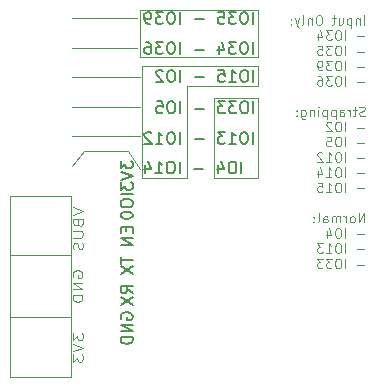
<source format=gbr>
%TF.GenerationSoftware,KiCad,Pcbnew,8.0.3*%
%TF.CreationDate,2024-11-02T12:13:14+01:00*%
%TF.ProjectId,ESP-Now-Gateway,4553502d-4e6f-4772-9d47-617465776179,rev?*%
%TF.SameCoordinates,Original*%
%TF.FileFunction,Legend,Bot*%
%TF.FilePolarity,Positive*%
%FSLAX46Y46*%
G04 Gerber Fmt 4.6, Leading zero omitted, Abs format (unit mm)*
G04 Created by KiCad (PCBNEW 8.0.3) date 2024-11-02 12:13:14*
%MOMM*%
%LPD*%
G01*
G04 APERTURE LIST*
%ADD10C,0.100000*%
%ADD11C,0.150000*%
%ADD12R,1.700000X1.700000*%
%ADD13O,1.700000X1.700000*%
%ADD14C,3.250000*%
%ADD15R,1.398000X1.398000*%
%ADD16C,1.398000*%
%ADD17C,1.530000*%
%ADD18C,2.445000*%
%ADD19C,0.650000*%
%ADD20O,1.000000X2.100000*%
%ADD21O,1.000000X1.800000*%
G04 APERTURE END LIST*
D10*
X114000000Y-64500000D02*
X124000000Y-64500000D01*
X124000000Y-68500000D01*
X114000000Y-68500000D01*
X114000000Y-64500000D01*
X114150000Y-69250000D02*
X124000000Y-69250000D01*
X114150000Y-78750000D02*
X114150000Y-69250000D01*
X118000000Y-78750000D02*
X114150000Y-78750000D01*
X118000000Y-71000000D02*
X118000000Y-78750000D01*
X124000000Y-71000000D02*
X118000000Y-71000000D01*
X124000000Y-69250000D02*
X124000000Y-71000000D01*
X120250000Y-72000000D02*
X124000000Y-72000000D01*
X124000000Y-78750000D01*
X120250000Y-78750000D01*
X120250000Y-72000000D01*
X109250000Y-76500000D02*
X108250000Y-77750000D01*
X113000000Y-76500000D02*
X109250000Y-76500000D01*
X114000000Y-78000000D02*
X113000000Y-76500000D01*
X114000000Y-75250000D02*
X108250000Y-75250000D01*
X114000000Y-72750000D02*
X108250000Y-72750000D01*
X114000000Y-70250000D02*
X108250000Y-70250000D01*
X113750000Y-67750000D02*
X108250000Y-67750000D01*
X113750000Y-65250000D02*
X108250000Y-65250000D01*
X132993734Y-65789615D02*
X132993734Y-64989615D01*
X132612782Y-65256281D02*
X132612782Y-65789615D01*
X132612782Y-65332472D02*
X132574687Y-65294377D01*
X132574687Y-65294377D02*
X132498497Y-65256281D01*
X132498497Y-65256281D02*
X132384211Y-65256281D01*
X132384211Y-65256281D02*
X132308020Y-65294377D01*
X132308020Y-65294377D02*
X132269925Y-65370567D01*
X132269925Y-65370567D02*
X132269925Y-65789615D01*
X131888972Y-65256281D02*
X131888972Y-66056281D01*
X131888972Y-65294377D02*
X131812782Y-65256281D01*
X131812782Y-65256281D02*
X131660401Y-65256281D01*
X131660401Y-65256281D02*
X131584210Y-65294377D01*
X131584210Y-65294377D02*
X131546115Y-65332472D01*
X131546115Y-65332472D02*
X131508020Y-65408662D01*
X131508020Y-65408662D02*
X131508020Y-65637234D01*
X131508020Y-65637234D02*
X131546115Y-65713424D01*
X131546115Y-65713424D02*
X131584210Y-65751520D01*
X131584210Y-65751520D02*
X131660401Y-65789615D01*
X131660401Y-65789615D02*
X131812782Y-65789615D01*
X131812782Y-65789615D02*
X131888972Y-65751520D01*
X130822305Y-65256281D02*
X130822305Y-65789615D01*
X131165162Y-65256281D02*
X131165162Y-65675329D01*
X131165162Y-65675329D02*
X131127067Y-65751520D01*
X131127067Y-65751520D02*
X131050877Y-65789615D01*
X131050877Y-65789615D02*
X130936591Y-65789615D01*
X130936591Y-65789615D02*
X130860400Y-65751520D01*
X130860400Y-65751520D02*
X130822305Y-65713424D01*
X130555638Y-65256281D02*
X130250876Y-65256281D01*
X130441352Y-64989615D02*
X130441352Y-65675329D01*
X130441352Y-65675329D02*
X130403257Y-65751520D01*
X130403257Y-65751520D02*
X130327067Y-65789615D01*
X130327067Y-65789615D02*
X130250876Y-65789615D01*
X129222304Y-64989615D02*
X129069923Y-64989615D01*
X129069923Y-64989615D02*
X128993733Y-65027710D01*
X128993733Y-65027710D02*
X128917542Y-65103900D01*
X128917542Y-65103900D02*
X128879447Y-65256281D01*
X128879447Y-65256281D02*
X128879447Y-65522948D01*
X128879447Y-65522948D02*
X128917542Y-65675329D01*
X128917542Y-65675329D02*
X128993733Y-65751520D01*
X128993733Y-65751520D02*
X129069923Y-65789615D01*
X129069923Y-65789615D02*
X129222304Y-65789615D01*
X129222304Y-65789615D02*
X129298495Y-65751520D01*
X129298495Y-65751520D02*
X129374685Y-65675329D01*
X129374685Y-65675329D02*
X129412781Y-65522948D01*
X129412781Y-65522948D02*
X129412781Y-65256281D01*
X129412781Y-65256281D02*
X129374685Y-65103900D01*
X129374685Y-65103900D02*
X129298495Y-65027710D01*
X129298495Y-65027710D02*
X129222304Y-64989615D01*
X128536590Y-65256281D02*
X128536590Y-65789615D01*
X128536590Y-65332472D02*
X128498495Y-65294377D01*
X128498495Y-65294377D02*
X128422305Y-65256281D01*
X128422305Y-65256281D02*
X128308019Y-65256281D01*
X128308019Y-65256281D02*
X128231828Y-65294377D01*
X128231828Y-65294377D02*
X128193733Y-65370567D01*
X128193733Y-65370567D02*
X128193733Y-65789615D01*
X127698495Y-65789615D02*
X127774685Y-65751520D01*
X127774685Y-65751520D02*
X127812780Y-65675329D01*
X127812780Y-65675329D02*
X127812780Y-64989615D01*
X127469923Y-65256281D02*
X127279447Y-65789615D01*
X127088970Y-65256281D02*
X127279447Y-65789615D01*
X127279447Y-65789615D02*
X127355637Y-65980091D01*
X127355637Y-65980091D02*
X127393732Y-66018186D01*
X127393732Y-66018186D02*
X127469923Y-66056281D01*
X126784208Y-65713424D02*
X126746113Y-65751520D01*
X126746113Y-65751520D02*
X126784208Y-65789615D01*
X126784208Y-65789615D02*
X126822304Y-65751520D01*
X126822304Y-65751520D02*
X126784208Y-65713424D01*
X126784208Y-65713424D02*
X126784208Y-65789615D01*
X126784208Y-65294377D02*
X126746113Y-65332472D01*
X126746113Y-65332472D02*
X126784208Y-65370567D01*
X126784208Y-65370567D02*
X126822304Y-65332472D01*
X126822304Y-65332472D02*
X126784208Y-65294377D01*
X126784208Y-65294377D02*
X126784208Y-65370567D01*
X132993734Y-66772808D02*
X132384211Y-66772808D01*
X131393734Y-67077570D02*
X131393734Y-66277570D01*
X130860401Y-66277570D02*
X130708020Y-66277570D01*
X130708020Y-66277570D02*
X130631830Y-66315665D01*
X130631830Y-66315665D02*
X130555639Y-66391855D01*
X130555639Y-66391855D02*
X130517544Y-66544236D01*
X130517544Y-66544236D02*
X130517544Y-66810903D01*
X130517544Y-66810903D02*
X130555639Y-66963284D01*
X130555639Y-66963284D02*
X130631830Y-67039475D01*
X130631830Y-67039475D02*
X130708020Y-67077570D01*
X130708020Y-67077570D02*
X130860401Y-67077570D01*
X130860401Y-67077570D02*
X130936592Y-67039475D01*
X130936592Y-67039475D02*
X131012782Y-66963284D01*
X131012782Y-66963284D02*
X131050878Y-66810903D01*
X131050878Y-66810903D02*
X131050878Y-66544236D01*
X131050878Y-66544236D02*
X131012782Y-66391855D01*
X131012782Y-66391855D02*
X130936592Y-66315665D01*
X130936592Y-66315665D02*
X130860401Y-66277570D01*
X130250878Y-66277570D02*
X129755640Y-66277570D01*
X129755640Y-66277570D02*
X130022306Y-66582332D01*
X130022306Y-66582332D02*
X129908021Y-66582332D01*
X129908021Y-66582332D02*
X129831830Y-66620427D01*
X129831830Y-66620427D02*
X129793735Y-66658522D01*
X129793735Y-66658522D02*
X129755640Y-66734713D01*
X129755640Y-66734713D02*
X129755640Y-66925189D01*
X129755640Y-66925189D02*
X129793735Y-67001379D01*
X129793735Y-67001379D02*
X129831830Y-67039475D01*
X129831830Y-67039475D02*
X129908021Y-67077570D01*
X129908021Y-67077570D02*
X130136592Y-67077570D01*
X130136592Y-67077570D02*
X130212783Y-67039475D01*
X130212783Y-67039475D02*
X130250878Y-67001379D01*
X129069925Y-66544236D02*
X129069925Y-67077570D01*
X129260401Y-66239475D02*
X129450878Y-66810903D01*
X129450878Y-66810903D02*
X128955639Y-66810903D01*
X132993734Y-68060763D02*
X132384211Y-68060763D01*
X131393734Y-68365525D02*
X131393734Y-67565525D01*
X130860401Y-67565525D02*
X130708020Y-67565525D01*
X130708020Y-67565525D02*
X130631830Y-67603620D01*
X130631830Y-67603620D02*
X130555639Y-67679810D01*
X130555639Y-67679810D02*
X130517544Y-67832191D01*
X130517544Y-67832191D02*
X130517544Y-68098858D01*
X130517544Y-68098858D02*
X130555639Y-68251239D01*
X130555639Y-68251239D02*
X130631830Y-68327430D01*
X130631830Y-68327430D02*
X130708020Y-68365525D01*
X130708020Y-68365525D02*
X130860401Y-68365525D01*
X130860401Y-68365525D02*
X130936592Y-68327430D01*
X130936592Y-68327430D02*
X131012782Y-68251239D01*
X131012782Y-68251239D02*
X131050878Y-68098858D01*
X131050878Y-68098858D02*
X131050878Y-67832191D01*
X131050878Y-67832191D02*
X131012782Y-67679810D01*
X131012782Y-67679810D02*
X130936592Y-67603620D01*
X130936592Y-67603620D02*
X130860401Y-67565525D01*
X130250878Y-67565525D02*
X129755640Y-67565525D01*
X129755640Y-67565525D02*
X130022306Y-67870287D01*
X130022306Y-67870287D02*
X129908021Y-67870287D01*
X129908021Y-67870287D02*
X129831830Y-67908382D01*
X129831830Y-67908382D02*
X129793735Y-67946477D01*
X129793735Y-67946477D02*
X129755640Y-68022668D01*
X129755640Y-68022668D02*
X129755640Y-68213144D01*
X129755640Y-68213144D02*
X129793735Y-68289334D01*
X129793735Y-68289334D02*
X129831830Y-68327430D01*
X129831830Y-68327430D02*
X129908021Y-68365525D01*
X129908021Y-68365525D02*
X130136592Y-68365525D01*
X130136592Y-68365525D02*
X130212783Y-68327430D01*
X130212783Y-68327430D02*
X130250878Y-68289334D01*
X129031830Y-67565525D02*
X129412782Y-67565525D01*
X129412782Y-67565525D02*
X129450878Y-67946477D01*
X129450878Y-67946477D02*
X129412782Y-67908382D01*
X129412782Y-67908382D02*
X129336592Y-67870287D01*
X129336592Y-67870287D02*
X129146116Y-67870287D01*
X129146116Y-67870287D02*
X129069925Y-67908382D01*
X129069925Y-67908382D02*
X129031830Y-67946477D01*
X129031830Y-67946477D02*
X128993735Y-68022668D01*
X128993735Y-68022668D02*
X128993735Y-68213144D01*
X128993735Y-68213144D02*
X129031830Y-68289334D01*
X129031830Y-68289334D02*
X129069925Y-68327430D01*
X129069925Y-68327430D02*
X129146116Y-68365525D01*
X129146116Y-68365525D02*
X129336592Y-68365525D01*
X129336592Y-68365525D02*
X129412782Y-68327430D01*
X129412782Y-68327430D02*
X129450878Y-68289334D01*
X132993734Y-69348718D02*
X132384211Y-69348718D01*
X131393734Y-69653480D02*
X131393734Y-68853480D01*
X130860401Y-68853480D02*
X130708020Y-68853480D01*
X130708020Y-68853480D02*
X130631830Y-68891575D01*
X130631830Y-68891575D02*
X130555639Y-68967765D01*
X130555639Y-68967765D02*
X130517544Y-69120146D01*
X130517544Y-69120146D02*
X130517544Y-69386813D01*
X130517544Y-69386813D02*
X130555639Y-69539194D01*
X130555639Y-69539194D02*
X130631830Y-69615385D01*
X130631830Y-69615385D02*
X130708020Y-69653480D01*
X130708020Y-69653480D02*
X130860401Y-69653480D01*
X130860401Y-69653480D02*
X130936592Y-69615385D01*
X130936592Y-69615385D02*
X131012782Y-69539194D01*
X131012782Y-69539194D02*
X131050878Y-69386813D01*
X131050878Y-69386813D02*
X131050878Y-69120146D01*
X131050878Y-69120146D02*
X131012782Y-68967765D01*
X131012782Y-68967765D02*
X130936592Y-68891575D01*
X130936592Y-68891575D02*
X130860401Y-68853480D01*
X130250878Y-68853480D02*
X129755640Y-68853480D01*
X129755640Y-68853480D02*
X130022306Y-69158242D01*
X130022306Y-69158242D02*
X129908021Y-69158242D01*
X129908021Y-69158242D02*
X129831830Y-69196337D01*
X129831830Y-69196337D02*
X129793735Y-69234432D01*
X129793735Y-69234432D02*
X129755640Y-69310623D01*
X129755640Y-69310623D02*
X129755640Y-69501099D01*
X129755640Y-69501099D02*
X129793735Y-69577289D01*
X129793735Y-69577289D02*
X129831830Y-69615385D01*
X129831830Y-69615385D02*
X129908021Y-69653480D01*
X129908021Y-69653480D02*
X130136592Y-69653480D01*
X130136592Y-69653480D02*
X130212783Y-69615385D01*
X130212783Y-69615385D02*
X130250878Y-69577289D01*
X129374687Y-69653480D02*
X129222306Y-69653480D01*
X129222306Y-69653480D02*
X129146116Y-69615385D01*
X129146116Y-69615385D02*
X129108020Y-69577289D01*
X129108020Y-69577289D02*
X129031830Y-69463004D01*
X129031830Y-69463004D02*
X128993735Y-69310623D01*
X128993735Y-69310623D02*
X128993735Y-69005861D01*
X128993735Y-69005861D02*
X129031830Y-68929670D01*
X129031830Y-68929670D02*
X129069925Y-68891575D01*
X129069925Y-68891575D02*
X129146116Y-68853480D01*
X129146116Y-68853480D02*
X129298497Y-68853480D01*
X129298497Y-68853480D02*
X129374687Y-68891575D01*
X129374687Y-68891575D02*
X129412782Y-68929670D01*
X129412782Y-68929670D02*
X129450878Y-69005861D01*
X129450878Y-69005861D02*
X129450878Y-69196337D01*
X129450878Y-69196337D02*
X129412782Y-69272527D01*
X129412782Y-69272527D02*
X129374687Y-69310623D01*
X129374687Y-69310623D02*
X129298497Y-69348718D01*
X129298497Y-69348718D02*
X129146116Y-69348718D01*
X129146116Y-69348718D02*
X129069925Y-69310623D01*
X129069925Y-69310623D02*
X129031830Y-69272527D01*
X129031830Y-69272527D02*
X128993735Y-69196337D01*
X132993734Y-70636673D02*
X132384211Y-70636673D01*
X131393734Y-70941435D02*
X131393734Y-70141435D01*
X130860401Y-70141435D02*
X130708020Y-70141435D01*
X130708020Y-70141435D02*
X130631830Y-70179530D01*
X130631830Y-70179530D02*
X130555639Y-70255720D01*
X130555639Y-70255720D02*
X130517544Y-70408101D01*
X130517544Y-70408101D02*
X130517544Y-70674768D01*
X130517544Y-70674768D02*
X130555639Y-70827149D01*
X130555639Y-70827149D02*
X130631830Y-70903340D01*
X130631830Y-70903340D02*
X130708020Y-70941435D01*
X130708020Y-70941435D02*
X130860401Y-70941435D01*
X130860401Y-70941435D02*
X130936592Y-70903340D01*
X130936592Y-70903340D02*
X131012782Y-70827149D01*
X131012782Y-70827149D02*
X131050878Y-70674768D01*
X131050878Y-70674768D02*
X131050878Y-70408101D01*
X131050878Y-70408101D02*
X131012782Y-70255720D01*
X131012782Y-70255720D02*
X130936592Y-70179530D01*
X130936592Y-70179530D02*
X130860401Y-70141435D01*
X130250878Y-70141435D02*
X129755640Y-70141435D01*
X129755640Y-70141435D02*
X130022306Y-70446197D01*
X130022306Y-70446197D02*
X129908021Y-70446197D01*
X129908021Y-70446197D02*
X129831830Y-70484292D01*
X129831830Y-70484292D02*
X129793735Y-70522387D01*
X129793735Y-70522387D02*
X129755640Y-70598578D01*
X129755640Y-70598578D02*
X129755640Y-70789054D01*
X129755640Y-70789054D02*
X129793735Y-70865244D01*
X129793735Y-70865244D02*
X129831830Y-70903340D01*
X129831830Y-70903340D02*
X129908021Y-70941435D01*
X129908021Y-70941435D02*
X130136592Y-70941435D01*
X130136592Y-70941435D02*
X130212783Y-70903340D01*
X130212783Y-70903340D02*
X130250878Y-70865244D01*
X129069925Y-70141435D02*
X129222306Y-70141435D01*
X129222306Y-70141435D02*
X129298497Y-70179530D01*
X129298497Y-70179530D02*
X129336592Y-70217625D01*
X129336592Y-70217625D02*
X129412782Y-70331911D01*
X129412782Y-70331911D02*
X129450878Y-70484292D01*
X129450878Y-70484292D02*
X129450878Y-70789054D01*
X129450878Y-70789054D02*
X129412782Y-70865244D01*
X129412782Y-70865244D02*
X129374687Y-70903340D01*
X129374687Y-70903340D02*
X129298497Y-70941435D01*
X129298497Y-70941435D02*
X129146116Y-70941435D01*
X129146116Y-70941435D02*
X129069925Y-70903340D01*
X129069925Y-70903340D02*
X129031830Y-70865244D01*
X129031830Y-70865244D02*
X128993735Y-70789054D01*
X128993735Y-70789054D02*
X128993735Y-70598578D01*
X128993735Y-70598578D02*
X129031830Y-70522387D01*
X129031830Y-70522387D02*
X129069925Y-70484292D01*
X129069925Y-70484292D02*
X129146116Y-70446197D01*
X129146116Y-70446197D02*
X129298497Y-70446197D01*
X129298497Y-70446197D02*
X129374687Y-70484292D01*
X129374687Y-70484292D02*
X129412782Y-70522387D01*
X129412782Y-70522387D02*
X129450878Y-70598578D01*
X133031830Y-73479250D02*
X132917544Y-73517345D01*
X132917544Y-73517345D02*
X132727068Y-73517345D01*
X132727068Y-73517345D02*
X132650877Y-73479250D01*
X132650877Y-73479250D02*
X132612782Y-73441154D01*
X132612782Y-73441154D02*
X132574687Y-73364964D01*
X132574687Y-73364964D02*
X132574687Y-73288773D01*
X132574687Y-73288773D02*
X132612782Y-73212583D01*
X132612782Y-73212583D02*
X132650877Y-73174488D01*
X132650877Y-73174488D02*
X132727068Y-73136392D01*
X132727068Y-73136392D02*
X132879449Y-73098297D01*
X132879449Y-73098297D02*
X132955639Y-73060202D01*
X132955639Y-73060202D02*
X132993734Y-73022107D01*
X132993734Y-73022107D02*
X133031830Y-72945916D01*
X133031830Y-72945916D02*
X133031830Y-72869726D01*
X133031830Y-72869726D02*
X132993734Y-72793535D01*
X132993734Y-72793535D02*
X132955639Y-72755440D01*
X132955639Y-72755440D02*
X132879449Y-72717345D01*
X132879449Y-72717345D02*
X132688972Y-72717345D01*
X132688972Y-72717345D02*
X132574687Y-72755440D01*
X132346115Y-72984011D02*
X132041353Y-72984011D01*
X132231829Y-72717345D02*
X132231829Y-73403059D01*
X132231829Y-73403059D02*
X132193734Y-73479250D01*
X132193734Y-73479250D02*
X132117544Y-73517345D01*
X132117544Y-73517345D02*
X132041353Y-73517345D01*
X131774686Y-73517345D02*
X131774686Y-72984011D01*
X131774686Y-73136392D02*
X131736591Y-73060202D01*
X131736591Y-73060202D02*
X131698496Y-73022107D01*
X131698496Y-73022107D02*
X131622305Y-72984011D01*
X131622305Y-72984011D02*
X131546115Y-72984011D01*
X130936591Y-73517345D02*
X130936591Y-73098297D01*
X130936591Y-73098297D02*
X130974686Y-73022107D01*
X130974686Y-73022107D02*
X131050877Y-72984011D01*
X131050877Y-72984011D02*
X131203258Y-72984011D01*
X131203258Y-72984011D02*
X131279448Y-73022107D01*
X130936591Y-73479250D02*
X131012782Y-73517345D01*
X131012782Y-73517345D02*
X131203258Y-73517345D01*
X131203258Y-73517345D02*
X131279448Y-73479250D01*
X131279448Y-73479250D02*
X131317544Y-73403059D01*
X131317544Y-73403059D02*
X131317544Y-73326869D01*
X131317544Y-73326869D02*
X131279448Y-73250678D01*
X131279448Y-73250678D02*
X131203258Y-73212583D01*
X131203258Y-73212583D02*
X131012782Y-73212583D01*
X131012782Y-73212583D02*
X130936591Y-73174488D01*
X130555638Y-72984011D02*
X130555638Y-73784011D01*
X130555638Y-73022107D02*
X130479448Y-72984011D01*
X130479448Y-72984011D02*
X130327067Y-72984011D01*
X130327067Y-72984011D02*
X130250876Y-73022107D01*
X130250876Y-73022107D02*
X130212781Y-73060202D01*
X130212781Y-73060202D02*
X130174686Y-73136392D01*
X130174686Y-73136392D02*
X130174686Y-73364964D01*
X130174686Y-73364964D02*
X130212781Y-73441154D01*
X130212781Y-73441154D02*
X130250876Y-73479250D01*
X130250876Y-73479250D02*
X130327067Y-73517345D01*
X130327067Y-73517345D02*
X130479448Y-73517345D01*
X130479448Y-73517345D02*
X130555638Y-73479250D01*
X129831828Y-72984011D02*
X129831828Y-73784011D01*
X129831828Y-73022107D02*
X129755638Y-72984011D01*
X129755638Y-72984011D02*
X129603257Y-72984011D01*
X129603257Y-72984011D02*
X129527066Y-73022107D01*
X129527066Y-73022107D02*
X129488971Y-73060202D01*
X129488971Y-73060202D02*
X129450876Y-73136392D01*
X129450876Y-73136392D02*
X129450876Y-73364964D01*
X129450876Y-73364964D02*
X129488971Y-73441154D01*
X129488971Y-73441154D02*
X129527066Y-73479250D01*
X129527066Y-73479250D02*
X129603257Y-73517345D01*
X129603257Y-73517345D02*
X129755638Y-73517345D01*
X129755638Y-73517345D02*
X129831828Y-73479250D01*
X129108018Y-73517345D02*
X129108018Y-72984011D01*
X129108018Y-72717345D02*
X129146114Y-72755440D01*
X129146114Y-72755440D02*
X129108018Y-72793535D01*
X129108018Y-72793535D02*
X129069923Y-72755440D01*
X129069923Y-72755440D02*
X129108018Y-72717345D01*
X129108018Y-72717345D02*
X129108018Y-72793535D01*
X128727066Y-72984011D02*
X128727066Y-73517345D01*
X128727066Y-73060202D02*
X128688971Y-73022107D01*
X128688971Y-73022107D02*
X128612781Y-72984011D01*
X128612781Y-72984011D02*
X128498495Y-72984011D01*
X128498495Y-72984011D02*
X128422304Y-73022107D01*
X128422304Y-73022107D02*
X128384209Y-73098297D01*
X128384209Y-73098297D02*
X128384209Y-73517345D01*
X127660399Y-72984011D02*
X127660399Y-73631630D01*
X127660399Y-73631630D02*
X127698494Y-73707821D01*
X127698494Y-73707821D02*
X127736590Y-73745916D01*
X127736590Y-73745916D02*
X127812780Y-73784011D01*
X127812780Y-73784011D02*
X127927066Y-73784011D01*
X127927066Y-73784011D02*
X128003256Y-73745916D01*
X127660399Y-73479250D02*
X127736590Y-73517345D01*
X127736590Y-73517345D02*
X127888971Y-73517345D01*
X127888971Y-73517345D02*
X127965161Y-73479250D01*
X127965161Y-73479250D02*
X128003256Y-73441154D01*
X128003256Y-73441154D02*
X128041352Y-73364964D01*
X128041352Y-73364964D02*
X128041352Y-73136392D01*
X128041352Y-73136392D02*
X128003256Y-73060202D01*
X128003256Y-73060202D02*
X127965161Y-73022107D01*
X127965161Y-73022107D02*
X127888971Y-72984011D01*
X127888971Y-72984011D02*
X127736590Y-72984011D01*
X127736590Y-72984011D02*
X127660399Y-73022107D01*
X127279446Y-73441154D02*
X127241351Y-73479250D01*
X127241351Y-73479250D02*
X127279446Y-73517345D01*
X127279446Y-73517345D02*
X127317542Y-73479250D01*
X127317542Y-73479250D02*
X127279446Y-73441154D01*
X127279446Y-73441154D02*
X127279446Y-73517345D01*
X127279446Y-73022107D02*
X127241351Y-73060202D01*
X127241351Y-73060202D02*
X127279446Y-73098297D01*
X127279446Y-73098297D02*
X127317542Y-73060202D01*
X127317542Y-73060202D02*
X127279446Y-73022107D01*
X127279446Y-73022107D02*
X127279446Y-73098297D01*
X132993734Y-74500538D02*
X132384211Y-74500538D01*
X131393734Y-74805300D02*
X131393734Y-74005300D01*
X130860401Y-74005300D02*
X130708020Y-74005300D01*
X130708020Y-74005300D02*
X130631830Y-74043395D01*
X130631830Y-74043395D02*
X130555639Y-74119585D01*
X130555639Y-74119585D02*
X130517544Y-74271966D01*
X130517544Y-74271966D02*
X130517544Y-74538633D01*
X130517544Y-74538633D02*
X130555639Y-74691014D01*
X130555639Y-74691014D02*
X130631830Y-74767205D01*
X130631830Y-74767205D02*
X130708020Y-74805300D01*
X130708020Y-74805300D02*
X130860401Y-74805300D01*
X130860401Y-74805300D02*
X130936592Y-74767205D01*
X130936592Y-74767205D02*
X131012782Y-74691014D01*
X131012782Y-74691014D02*
X131050878Y-74538633D01*
X131050878Y-74538633D02*
X131050878Y-74271966D01*
X131050878Y-74271966D02*
X131012782Y-74119585D01*
X131012782Y-74119585D02*
X130936592Y-74043395D01*
X130936592Y-74043395D02*
X130860401Y-74005300D01*
X130212783Y-74081490D02*
X130174687Y-74043395D01*
X130174687Y-74043395D02*
X130098497Y-74005300D01*
X130098497Y-74005300D02*
X129908021Y-74005300D01*
X129908021Y-74005300D02*
X129831830Y-74043395D01*
X129831830Y-74043395D02*
X129793735Y-74081490D01*
X129793735Y-74081490D02*
X129755640Y-74157681D01*
X129755640Y-74157681D02*
X129755640Y-74233871D01*
X129755640Y-74233871D02*
X129793735Y-74348157D01*
X129793735Y-74348157D02*
X130250878Y-74805300D01*
X130250878Y-74805300D02*
X129755640Y-74805300D01*
X132993734Y-75788493D02*
X132384211Y-75788493D01*
X131393734Y-76093255D02*
X131393734Y-75293255D01*
X130860401Y-75293255D02*
X130708020Y-75293255D01*
X130708020Y-75293255D02*
X130631830Y-75331350D01*
X130631830Y-75331350D02*
X130555639Y-75407540D01*
X130555639Y-75407540D02*
X130517544Y-75559921D01*
X130517544Y-75559921D02*
X130517544Y-75826588D01*
X130517544Y-75826588D02*
X130555639Y-75978969D01*
X130555639Y-75978969D02*
X130631830Y-76055160D01*
X130631830Y-76055160D02*
X130708020Y-76093255D01*
X130708020Y-76093255D02*
X130860401Y-76093255D01*
X130860401Y-76093255D02*
X130936592Y-76055160D01*
X130936592Y-76055160D02*
X131012782Y-75978969D01*
X131012782Y-75978969D02*
X131050878Y-75826588D01*
X131050878Y-75826588D02*
X131050878Y-75559921D01*
X131050878Y-75559921D02*
X131012782Y-75407540D01*
X131012782Y-75407540D02*
X130936592Y-75331350D01*
X130936592Y-75331350D02*
X130860401Y-75293255D01*
X129793735Y-75293255D02*
X130174687Y-75293255D01*
X130174687Y-75293255D02*
X130212783Y-75674207D01*
X130212783Y-75674207D02*
X130174687Y-75636112D01*
X130174687Y-75636112D02*
X130098497Y-75598017D01*
X130098497Y-75598017D02*
X129908021Y-75598017D01*
X129908021Y-75598017D02*
X129831830Y-75636112D01*
X129831830Y-75636112D02*
X129793735Y-75674207D01*
X129793735Y-75674207D02*
X129755640Y-75750398D01*
X129755640Y-75750398D02*
X129755640Y-75940874D01*
X129755640Y-75940874D02*
X129793735Y-76017064D01*
X129793735Y-76017064D02*
X129831830Y-76055160D01*
X129831830Y-76055160D02*
X129908021Y-76093255D01*
X129908021Y-76093255D02*
X130098497Y-76093255D01*
X130098497Y-76093255D02*
X130174687Y-76055160D01*
X130174687Y-76055160D02*
X130212783Y-76017064D01*
X132993734Y-77076448D02*
X132384211Y-77076448D01*
X131393734Y-77381210D02*
X131393734Y-76581210D01*
X130860401Y-76581210D02*
X130708020Y-76581210D01*
X130708020Y-76581210D02*
X130631830Y-76619305D01*
X130631830Y-76619305D02*
X130555639Y-76695495D01*
X130555639Y-76695495D02*
X130517544Y-76847876D01*
X130517544Y-76847876D02*
X130517544Y-77114543D01*
X130517544Y-77114543D02*
X130555639Y-77266924D01*
X130555639Y-77266924D02*
X130631830Y-77343115D01*
X130631830Y-77343115D02*
X130708020Y-77381210D01*
X130708020Y-77381210D02*
X130860401Y-77381210D01*
X130860401Y-77381210D02*
X130936592Y-77343115D01*
X130936592Y-77343115D02*
X131012782Y-77266924D01*
X131012782Y-77266924D02*
X131050878Y-77114543D01*
X131050878Y-77114543D02*
X131050878Y-76847876D01*
X131050878Y-76847876D02*
X131012782Y-76695495D01*
X131012782Y-76695495D02*
X130936592Y-76619305D01*
X130936592Y-76619305D02*
X130860401Y-76581210D01*
X129755640Y-77381210D02*
X130212783Y-77381210D01*
X129984211Y-77381210D02*
X129984211Y-76581210D01*
X129984211Y-76581210D02*
X130060402Y-76695495D01*
X130060402Y-76695495D02*
X130136592Y-76771686D01*
X130136592Y-76771686D02*
X130212783Y-76809781D01*
X129450878Y-76657400D02*
X129412782Y-76619305D01*
X129412782Y-76619305D02*
X129336592Y-76581210D01*
X129336592Y-76581210D02*
X129146116Y-76581210D01*
X129146116Y-76581210D02*
X129069925Y-76619305D01*
X129069925Y-76619305D02*
X129031830Y-76657400D01*
X129031830Y-76657400D02*
X128993735Y-76733591D01*
X128993735Y-76733591D02*
X128993735Y-76809781D01*
X128993735Y-76809781D02*
X129031830Y-76924067D01*
X129031830Y-76924067D02*
X129488973Y-77381210D01*
X129488973Y-77381210D02*
X128993735Y-77381210D01*
X132993734Y-78364403D02*
X132384211Y-78364403D01*
X131393734Y-78669165D02*
X131393734Y-77869165D01*
X130860401Y-77869165D02*
X130708020Y-77869165D01*
X130708020Y-77869165D02*
X130631830Y-77907260D01*
X130631830Y-77907260D02*
X130555639Y-77983450D01*
X130555639Y-77983450D02*
X130517544Y-78135831D01*
X130517544Y-78135831D02*
X130517544Y-78402498D01*
X130517544Y-78402498D02*
X130555639Y-78554879D01*
X130555639Y-78554879D02*
X130631830Y-78631070D01*
X130631830Y-78631070D02*
X130708020Y-78669165D01*
X130708020Y-78669165D02*
X130860401Y-78669165D01*
X130860401Y-78669165D02*
X130936592Y-78631070D01*
X130936592Y-78631070D02*
X131012782Y-78554879D01*
X131012782Y-78554879D02*
X131050878Y-78402498D01*
X131050878Y-78402498D02*
X131050878Y-78135831D01*
X131050878Y-78135831D02*
X131012782Y-77983450D01*
X131012782Y-77983450D02*
X130936592Y-77907260D01*
X130936592Y-77907260D02*
X130860401Y-77869165D01*
X129755640Y-78669165D02*
X130212783Y-78669165D01*
X129984211Y-78669165D02*
X129984211Y-77869165D01*
X129984211Y-77869165D02*
X130060402Y-77983450D01*
X130060402Y-77983450D02*
X130136592Y-78059641D01*
X130136592Y-78059641D02*
X130212783Y-78097736D01*
X129069925Y-78135831D02*
X129069925Y-78669165D01*
X129260401Y-77831070D02*
X129450878Y-78402498D01*
X129450878Y-78402498D02*
X128955639Y-78402498D01*
X132993734Y-79652358D02*
X132384211Y-79652358D01*
X131393734Y-79957120D02*
X131393734Y-79157120D01*
X130860401Y-79157120D02*
X130708020Y-79157120D01*
X130708020Y-79157120D02*
X130631830Y-79195215D01*
X130631830Y-79195215D02*
X130555639Y-79271405D01*
X130555639Y-79271405D02*
X130517544Y-79423786D01*
X130517544Y-79423786D02*
X130517544Y-79690453D01*
X130517544Y-79690453D02*
X130555639Y-79842834D01*
X130555639Y-79842834D02*
X130631830Y-79919025D01*
X130631830Y-79919025D02*
X130708020Y-79957120D01*
X130708020Y-79957120D02*
X130860401Y-79957120D01*
X130860401Y-79957120D02*
X130936592Y-79919025D01*
X130936592Y-79919025D02*
X131012782Y-79842834D01*
X131012782Y-79842834D02*
X131050878Y-79690453D01*
X131050878Y-79690453D02*
X131050878Y-79423786D01*
X131050878Y-79423786D02*
X131012782Y-79271405D01*
X131012782Y-79271405D02*
X130936592Y-79195215D01*
X130936592Y-79195215D02*
X130860401Y-79157120D01*
X129755640Y-79957120D02*
X130212783Y-79957120D01*
X129984211Y-79957120D02*
X129984211Y-79157120D01*
X129984211Y-79157120D02*
X130060402Y-79271405D01*
X130060402Y-79271405D02*
X130136592Y-79347596D01*
X130136592Y-79347596D02*
X130212783Y-79385691D01*
X129031830Y-79157120D02*
X129412782Y-79157120D01*
X129412782Y-79157120D02*
X129450878Y-79538072D01*
X129450878Y-79538072D02*
X129412782Y-79499977D01*
X129412782Y-79499977D02*
X129336592Y-79461882D01*
X129336592Y-79461882D02*
X129146116Y-79461882D01*
X129146116Y-79461882D02*
X129069925Y-79499977D01*
X129069925Y-79499977D02*
X129031830Y-79538072D01*
X129031830Y-79538072D02*
X128993735Y-79614263D01*
X128993735Y-79614263D02*
X128993735Y-79804739D01*
X128993735Y-79804739D02*
X129031830Y-79880929D01*
X129031830Y-79880929D02*
X129069925Y-79919025D01*
X129069925Y-79919025D02*
X129146116Y-79957120D01*
X129146116Y-79957120D02*
X129336592Y-79957120D01*
X129336592Y-79957120D02*
X129412782Y-79919025D01*
X129412782Y-79919025D02*
X129450878Y-79880929D01*
X132993734Y-82533030D02*
X132993734Y-81733030D01*
X132993734Y-81733030D02*
X132536591Y-82533030D01*
X132536591Y-82533030D02*
X132536591Y-81733030D01*
X132041354Y-82533030D02*
X132117544Y-82494935D01*
X132117544Y-82494935D02*
X132155639Y-82456839D01*
X132155639Y-82456839D02*
X132193735Y-82380649D01*
X132193735Y-82380649D02*
X132193735Y-82152077D01*
X132193735Y-82152077D02*
X132155639Y-82075887D01*
X132155639Y-82075887D02*
X132117544Y-82037792D01*
X132117544Y-82037792D02*
X132041354Y-81999696D01*
X132041354Y-81999696D02*
X131927068Y-81999696D01*
X131927068Y-81999696D02*
X131850877Y-82037792D01*
X131850877Y-82037792D02*
X131812782Y-82075887D01*
X131812782Y-82075887D02*
X131774687Y-82152077D01*
X131774687Y-82152077D02*
X131774687Y-82380649D01*
X131774687Y-82380649D02*
X131812782Y-82456839D01*
X131812782Y-82456839D02*
X131850877Y-82494935D01*
X131850877Y-82494935D02*
X131927068Y-82533030D01*
X131927068Y-82533030D02*
X132041354Y-82533030D01*
X131431829Y-82533030D02*
X131431829Y-81999696D01*
X131431829Y-82152077D02*
X131393734Y-82075887D01*
X131393734Y-82075887D02*
X131355639Y-82037792D01*
X131355639Y-82037792D02*
X131279448Y-81999696D01*
X131279448Y-81999696D02*
X131203258Y-81999696D01*
X130936591Y-82533030D02*
X130936591Y-81999696D01*
X130936591Y-82075887D02*
X130898496Y-82037792D01*
X130898496Y-82037792D02*
X130822306Y-81999696D01*
X130822306Y-81999696D02*
X130708020Y-81999696D01*
X130708020Y-81999696D02*
X130631829Y-82037792D01*
X130631829Y-82037792D02*
X130593734Y-82113982D01*
X130593734Y-82113982D02*
X130593734Y-82533030D01*
X130593734Y-82113982D02*
X130555639Y-82037792D01*
X130555639Y-82037792D02*
X130479448Y-81999696D01*
X130479448Y-81999696D02*
X130365163Y-81999696D01*
X130365163Y-81999696D02*
X130288972Y-82037792D01*
X130288972Y-82037792D02*
X130250877Y-82113982D01*
X130250877Y-82113982D02*
X130250877Y-82533030D01*
X129527067Y-82533030D02*
X129527067Y-82113982D01*
X129527067Y-82113982D02*
X129565162Y-82037792D01*
X129565162Y-82037792D02*
X129641353Y-81999696D01*
X129641353Y-81999696D02*
X129793734Y-81999696D01*
X129793734Y-81999696D02*
X129869924Y-82037792D01*
X129527067Y-82494935D02*
X129603258Y-82533030D01*
X129603258Y-82533030D02*
X129793734Y-82533030D01*
X129793734Y-82533030D02*
X129869924Y-82494935D01*
X129869924Y-82494935D02*
X129908020Y-82418744D01*
X129908020Y-82418744D02*
X129908020Y-82342554D01*
X129908020Y-82342554D02*
X129869924Y-82266363D01*
X129869924Y-82266363D02*
X129793734Y-82228268D01*
X129793734Y-82228268D02*
X129603258Y-82228268D01*
X129603258Y-82228268D02*
X129527067Y-82190173D01*
X129031829Y-82533030D02*
X129108019Y-82494935D01*
X129108019Y-82494935D02*
X129146114Y-82418744D01*
X129146114Y-82418744D02*
X129146114Y-81733030D01*
X128727066Y-82456839D02*
X128688971Y-82494935D01*
X128688971Y-82494935D02*
X128727066Y-82533030D01*
X128727066Y-82533030D02*
X128765162Y-82494935D01*
X128765162Y-82494935D02*
X128727066Y-82456839D01*
X128727066Y-82456839D02*
X128727066Y-82533030D01*
X128727066Y-82037792D02*
X128688971Y-82075887D01*
X128688971Y-82075887D02*
X128727066Y-82113982D01*
X128727066Y-82113982D02*
X128765162Y-82075887D01*
X128765162Y-82075887D02*
X128727066Y-82037792D01*
X128727066Y-82037792D02*
X128727066Y-82113982D01*
X132993734Y-83516223D02*
X132384211Y-83516223D01*
X131393734Y-83820985D02*
X131393734Y-83020985D01*
X130860401Y-83020985D02*
X130708020Y-83020985D01*
X130708020Y-83020985D02*
X130631830Y-83059080D01*
X130631830Y-83059080D02*
X130555639Y-83135270D01*
X130555639Y-83135270D02*
X130517544Y-83287651D01*
X130517544Y-83287651D02*
X130517544Y-83554318D01*
X130517544Y-83554318D02*
X130555639Y-83706699D01*
X130555639Y-83706699D02*
X130631830Y-83782890D01*
X130631830Y-83782890D02*
X130708020Y-83820985D01*
X130708020Y-83820985D02*
X130860401Y-83820985D01*
X130860401Y-83820985D02*
X130936592Y-83782890D01*
X130936592Y-83782890D02*
X131012782Y-83706699D01*
X131012782Y-83706699D02*
X131050878Y-83554318D01*
X131050878Y-83554318D02*
X131050878Y-83287651D01*
X131050878Y-83287651D02*
X131012782Y-83135270D01*
X131012782Y-83135270D02*
X130936592Y-83059080D01*
X130936592Y-83059080D02*
X130860401Y-83020985D01*
X129831830Y-83287651D02*
X129831830Y-83820985D01*
X130022306Y-82982890D02*
X130212783Y-83554318D01*
X130212783Y-83554318D02*
X129717544Y-83554318D01*
X132993734Y-84804178D02*
X132384211Y-84804178D01*
X131393734Y-85108940D02*
X131393734Y-84308940D01*
X130860401Y-84308940D02*
X130708020Y-84308940D01*
X130708020Y-84308940D02*
X130631830Y-84347035D01*
X130631830Y-84347035D02*
X130555639Y-84423225D01*
X130555639Y-84423225D02*
X130517544Y-84575606D01*
X130517544Y-84575606D02*
X130517544Y-84842273D01*
X130517544Y-84842273D02*
X130555639Y-84994654D01*
X130555639Y-84994654D02*
X130631830Y-85070845D01*
X130631830Y-85070845D02*
X130708020Y-85108940D01*
X130708020Y-85108940D02*
X130860401Y-85108940D01*
X130860401Y-85108940D02*
X130936592Y-85070845D01*
X130936592Y-85070845D02*
X131012782Y-84994654D01*
X131012782Y-84994654D02*
X131050878Y-84842273D01*
X131050878Y-84842273D02*
X131050878Y-84575606D01*
X131050878Y-84575606D02*
X131012782Y-84423225D01*
X131012782Y-84423225D02*
X130936592Y-84347035D01*
X130936592Y-84347035D02*
X130860401Y-84308940D01*
X129755640Y-85108940D02*
X130212783Y-85108940D01*
X129984211Y-85108940D02*
X129984211Y-84308940D01*
X129984211Y-84308940D02*
X130060402Y-84423225D01*
X130060402Y-84423225D02*
X130136592Y-84499416D01*
X130136592Y-84499416D02*
X130212783Y-84537511D01*
X129488973Y-84308940D02*
X128993735Y-84308940D01*
X128993735Y-84308940D02*
X129260401Y-84613702D01*
X129260401Y-84613702D02*
X129146116Y-84613702D01*
X129146116Y-84613702D02*
X129069925Y-84651797D01*
X129069925Y-84651797D02*
X129031830Y-84689892D01*
X129031830Y-84689892D02*
X128993735Y-84766083D01*
X128993735Y-84766083D02*
X128993735Y-84956559D01*
X128993735Y-84956559D02*
X129031830Y-85032749D01*
X129031830Y-85032749D02*
X129069925Y-85070845D01*
X129069925Y-85070845D02*
X129146116Y-85108940D01*
X129146116Y-85108940D02*
X129374687Y-85108940D01*
X129374687Y-85108940D02*
X129450878Y-85070845D01*
X129450878Y-85070845D02*
X129488973Y-85032749D01*
X132993734Y-86092133D02*
X132384211Y-86092133D01*
X131393734Y-86396895D02*
X131393734Y-85596895D01*
X130860401Y-85596895D02*
X130708020Y-85596895D01*
X130708020Y-85596895D02*
X130631830Y-85634990D01*
X130631830Y-85634990D02*
X130555639Y-85711180D01*
X130555639Y-85711180D02*
X130517544Y-85863561D01*
X130517544Y-85863561D02*
X130517544Y-86130228D01*
X130517544Y-86130228D02*
X130555639Y-86282609D01*
X130555639Y-86282609D02*
X130631830Y-86358800D01*
X130631830Y-86358800D02*
X130708020Y-86396895D01*
X130708020Y-86396895D02*
X130860401Y-86396895D01*
X130860401Y-86396895D02*
X130936592Y-86358800D01*
X130936592Y-86358800D02*
X131012782Y-86282609D01*
X131012782Y-86282609D02*
X131050878Y-86130228D01*
X131050878Y-86130228D02*
X131050878Y-85863561D01*
X131050878Y-85863561D02*
X131012782Y-85711180D01*
X131012782Y-85711180D02*
X130936592Y-85634990D01*
X130936592Y-85634990D02*
X130860401Y-85596895D01*
X130250878Y-85596895D02*
X129755640Y-85596895D01*
X129755640Y-85596895D02*
X130022306Y-85901657D01*
X130022306Y-85901657D02*
X129908021Y-85901657D01*
X129908021Y-85901657D02*
X129831830Y-85939752D01*
X129831830Y-85939752D02*
X129793735Y-85977847D01*
X129793735Y-85977847D02*
X129755640Y-86054038D01*
X129755640Y-86054038D02*
X129755640Y-86244514D01*
X129755640Y-86244514D02*
X129793735Y-86320704D01*
X129793735Y-86320704D02*
X129831830Y-86358800D01*
X129831830Y-86358800D02*
X129908021Y-86396895D01*
X129908021Y-86396895D02*
X130136592Y-86396895D01*
X130136592Y-86396895D02*
X130212783Y-86358800D01*
X130212783Y-86358800D02*
X130250878Y-86320704D01*
X129488973Y-85596895D02*
X128993735Y-85596895D01*
X128993735Y-85596895D02*
X129260401Y-85901657D01*
X129260401Y-85901657D02*
X129146116Y-85901657D01*
X129146116Y-85901657D02*
X129069925Y-85939752D01*
X129069925Y-85939752D02*
X129031830Y-85977847D01*
X129031830Y-85977847D02*
X128993735Y-86054038D01*
X128993735Y-86054038D02*
X128993735Y-86244514D01*
X128993735Y-86244514D02*
X129031830Y-86320704D01*
X129031830Y-86320704D02*
X129069925Y-86358800D01*
X129069925Y-86358800D02*
X129146116Y-86396895D01*
X129146116Y-86396895D02*
X129374687Y-86396895D01*
X129374687Y-86396895D02*
X129450878Y-86358800D01*
X129450878Y-86358800D02*
X129488973Y-86320704D01*
D11*
X122595237Y-78369819D02*
X122595237Y-77369819D01*
X121928571Y-77369819D02*
X121738095Y-77369819D01*
X121738095Y-77369819D02*
X121642857Y-77417438D01*
X121642857Y-77417438D02*
X121547619Y-77512676D01*
X121547619Y-77512676D02*
X121500000Y-77703152D01*
X121500000Y-77703152D02*
X121500000Y-78036485D01*
X121500000Y-78036485D02*
X121547619Y-78226961D01*
X121547619Y-78226961D02*
X121642857Y-78322200D01*
X121642857Y-78322200D02*
X121738095Y-78369819D01*
X121738095Y-78369819D02*
X121928571Y-78369819D01*
X121928571Y-78369819D02*
X122023809Y-78322200D01*
X122023809Y-78322200D02*
X122119047Y-78226961D01*
X122119047Y-78226961D02*
X122166666Y-78036485D01*
X122166666Y-78036485D02*
X122166666Y-77703152D01*
X122166666Y-77703152D02*
X122119047Y-77512676D01*
X122119047Y-77512676D02*
X122023809Y-77417438D01*
X122023809Y-77417438D02*
X121928571Y-77369819D01*
X120642857Y-77703152D02*
X120642857Y-78369819D01*
X120880952Y-77322200D02*
X121119047Y-78036485D01*
X121119047Y-78036485D02*
X120500000Y-78036485D01*
X119357142Y-77988866D02*
X118595238Y-77988866D01*
X117357142Y-78369819D02*
X117357142Y-77369819D01*
X116690476Y-77369819D02*
X116500000Y-77369819D01*
X116500000Y-77369819D02*
X116404762Y-77417438D01*
X116404762Y-77417438D02*
X116309524Y-77512676D01*
X116309524Y-77512676D02*
X116261905Y-77703152D01*
X116261905Y-77703152D02*
X116261905Y-78036485D01*
X116261905Y-78036485D02*
X116309524Y-78226961D01*
X116309524Y-78226961D02*
X116404762Y-78322200D01*
X116404762Y-78322200D02*
X116500000Y-78369819D01*
X116500000Y-78369819D02*
X116690476Y-78369819D01*
X116690476Y-78369819D02*
X116785714Y-78322200D01*
X116785714Y-78322200D02*
X116880952Y-78226961D01*
X116880952Y-78226961D02*
X116928571Y-78036485D01*
X116928571Y-78036485D02*
X116928571Y-77703152D01*
X116928571Y-77703152D02*
X116880952Y-77512676D01*
X116880952Y-77512676D02*
X116785714Y-77417438D01*
X116785714Y-77417438D02*
X116690476Y-77369819D01*
X115309524Y-78369819D02*
X115880952Y-78369819D01*
X115595238Y-78369819D02*
X115595238Y-77369819D01*
X115595238Y-77369819D02*
X115690476Y-77512676D01*
X115690476Y-77512676D02*
X115785714Y-77607914D01*
X115785714Y-77607914D02*
X115880952Y-77655533D01*
X114452381Y-77703152D02*
X114452381Y-78369819D01*
X114690476Y-77322200D02*
X114928571Y-78036485D01*
X114928571Y-78036485D02*
X114309524Y-78036485D01*
X123571427Y-75869819D02*
X123571427Y-74869819D01*
X122904761Y-74869819D02*
X122714285Y-74869819D01*
X122714285Y-74869819D02*
X122619047Y-74917438D01*
X122619047Y-74917438D02*
X122523809Y-75012676D01*
X122523809Y-75012676D02*
X122476190Y-75203152D01*
X122476190Y-75203152D02*
X122476190Y-75536485D01*
X122476190Y-75536485D02*
X122523809Y-75726961D01*
X122523809Y-75726961D02*
X122619047Y-75822200D01*
X122619047Y-75822200D02*
X122714285Y-75869819D01*
X122714285Y-75869819D02*
X122904761Y-75869819D01*
X122904761Y-75869819D02*
X122999999Y-75822200D01*
X122999999Y-75822200D02*
X123095237Y-75726961D01*
X123095237Y-75726961D02*
X123142856Y-75536485D01*
X123142856Y-75536485D02*
X123142856Y-75203152D01*
X123142856Y-75203152D02*
X123095237Y-75012676D01*
X123095237Y-75012676D02*
X122999999Y-74917438D01*
X122999999Y-74917438D02*
X122904761Y-74869819D01*
X121523809Y-75869819D02*
X122095237Y-75869819D01*
X121809523Y-75869819D02*
X121809523Y-74869819D01*
X121809523Y-74869819D02*
X121904761Y-75012676D01*
X121904761Y-75012676D02*
X121999999Y-75107914D01*
X121999999Y-75107914D02*
X122095237Y-75155533D01*
X121190475Y-74869819D02*
X120571428Y-74869819D01*
X120571428Y-74869819D02*
X120904761Y-75250771D01*
X120904761Y-75250771D02*
X120761904Y-75250771D01*
X120761904Y-75250771D02*
X120666666Y-75298390D01*
X120666666Y-75298390D02*
X120619047Y-75346009D01*
X120619047Y-75346009D02*
X120571428Y-75441247D01*
X120571428Y-75441247D02*
X120571428Y-75679342D01*
X120571428Y-75679342D02*
X120619047Y-75774580D01*
X120619047Y-75774580D02*
X120666666Y-75822200D01*
X120666666Y-75822200D02*
X120761904Y-75869819D01*
X120761904Y-75869819D02*
X121047618Y-75869819D01*
X121047618Y-75869819D02*
X121142856Y-75822200D01*
X121142856Y-75822200D02*
X121190475Y-75774580D01*
X119380951Y-75488866D02*
X118619047Y-75488866D01*
X117380951Y-75869819D02*
X117380951Y-74869819D01*
X116714285Y-74869819D02*
X116523809Y-74869819D01*
X116523809Y-74869819D02*
X116428571Y-74917438D01*
X116428571Y-74917438D02*
X116333333Y-75012676D01*
X116333333Y-75012676D02*
X116285714Y-75203152D01*
X116285714Y-75203152D02*
X116285714Y-75536485D01*
X116285714Y-75536485D02*
X116333333Y-75726961D01*
X116333333Y-75726961D02*
X116428571Y-75822200D01*
X116428571Y-75822200D02*
X116523809Y-75869819D01*
X116523809Y-75869819D02*
X116714285Y-75869819D01*
X116714285Y-75869819D02*
X116809523Y-75822200D01*
X116809523Y-75822200D02*
X116904761Y-75726961D01*
X116904761Y-75726961D02*
X116952380Y-75536485D01*
X116952380Y-75536485D02*
X116952380Y-75203152D01*
X116952380Y-75203152D02*
X116904761Y-75012676D01*
X116904761Y-75012676D02*
X116809523Y-74917438D01*
X116809523Y-74917438D02*
X116714285Y-74869819D01*
X115333333Y-75869819D02*
X115904761Y-75869819D01*
X115619047Y-75869819D02*
X115619047Y-74869819D01*
X115619047Y-74869819D02*
X115714285Y-75012676D01*
X115714285Y-75012676D02*
X115809523Y-75107914D01*
X115809523Y-75107914D02*
X115904761Y-75155533D01*
X114952380Y-74965057D02*
X114904761Y-74917438D01*
X114904761Y-74917438D02*
X114809523Y-74869819D01*
X114809523Y-74869819D02*
X114571428Y-74869819D01*
X114571428Y-74869819D02*
X114476190Y-74917438D01*
X114476190Y-74917438D02*
X114428571Y-74965057D01*
X114428571Y-74965057D02*
X114380952Y-75060295D01*
X114380952Y-75060295D02*
X114380952Y-75155533D01*
X114380952Y-75155533D02*
X114428571Y-75298390D01*
X114428571Y-75298390D02*
X114999999Y-75869819D01*
X114999999Y-75869819D02*
X114380952Y-75869819D01*
X123595237Y-73269819D02*
X123595237Y-72269819D01*
X122928571Y-72269819D02*
X122738095Y-72269819D01*
X122738095Y-72269819D02*
X122642857Y-72317438D01*
X122642857Y-72317438D02*
X122547619Y-72412676D01*
X122547619Y-72412676D02*
X122500000Y-72603152D01*
X122500000Y-72603152D02*
X122500000Y-72936485D01*
X122500000Y-72936485D02*
X122547619Y-73126961D01*
X122547619Y-73126961D02*
X122642857Y-73222200D01*
X122642857Y-73222200D02*
X122738095Y-73269819D01*
X122738095Y-73269819D02*
X122928571Y-73269819D01*
X122928571Y-73269819D02*
X123023809Y-73222200D01*
X123023809Y-73222200D02*
X123119047Y-73126961D01*
X123119047Y-73126961D02*
X123166666Y-72936485D01*
X123166666Y-72936485D02*
X123166666Y-72603152D01*
X123166666Y-72603152D02*
X123119047Y-72412676D01*
X123119047Y-72412676D02*
X123023809Y-72317438D01*
X123023809Y-72317438D02*
X122928571Y-72269819D01*
X122166666Y-72269819D02*
X121547619Y-72269819D01*
X121547619Y-72269819D02*
X121880952Y-72650771D01*
X121880952Y-72650771D02*
X121738095Y-72650771D01*
X121738095Y-72650771D02*
X121642857Y-72698390D01*
X121642857Y-72698390D02*
X121595238Y-72746009D01*
X121595238Y-72746009D02*
X121547619Y-72841247D01*
X121547619Y-72841247D02*
X121547619Y-73079342D01*
X121547619Y-73079342D02*
X121595238Y-73174580D01*
X121595238Y-73174580D02*
X121642857Y-73222200D01*
X121642857Y-73222200D02*
X121738095Y-73269819D01*
X121738095Y-73269819D02*
X122023809Y-73269819D01*
X122023809Y-73269819D02*
X122119047Y-73222200D01*
X122119047Y-73222200D02*
X122166666Y-73174580D01*
X121214285Y-72269819D02*
X120595238Y-72269819D01*
X120595238Y-72269819D02*
X120928571Y-72650771D01*
X120928571Y-72650771D02*
X120785714Y-72650771D01*
X120785714Y-72650771D02*
X120690476Y-72698390D01*
X120690476Y-72698390D02*
X120642857Y-72746009D01*
X120642857Y-72746009D02*
X120595238Y-72841247D01*
X120595238Y-72841247D02*
X120595238Y-73079342D01*
X120595238Y-73079342D02*
X120642857Y-73174580D01*
X120642857Y-73174580D02*
X120690476Y-73222200D01*
X120690476Y-73222200D02*
X120785714Y-73269819D01*
X120785714Y-73269819D02*
X121071428Y-73269819D01*
X121071428Y-73269819D02*
X121166666Y-73222200D01*
X121166666Y-73222200D02*
X121214285Y-73174580D01*
X119404761Y-72888866D02*
X118642857Y-72888866D01*
X117404761Y-73269819D02*
X117404761Y-72269819D01*
X116738095Y-72269819D02*
X116547619Y-72269819D01*
X116547619Y-72269819D02*
X116452381Y-72317438D01*
X116452381Y-72317438D02*
X116357143Y-72412676D01*
X116357143Y-72412676D02*
X116309524Y-72603152D01*
X116309524Y-72603152D02*
X116309524Y-72936485D01*
X116309524Y-72936485D02*
X116357143Y-73126961D01*
X116357143Y-73126961D02*
X116452381Y-73222200D01*
X116452381Y-73222200D02*
X116547619Y-73269819D01*
X116547619Y-73269819D02*
X116738095Y-73269819D01*
X116738095Y-73269819D02*
X116833333Y-73222200D01*
X116833333Y-73222200D02*
X116928571Y-73126961D01*
X116928571Y-73126961D02*
X116976190Y-72936485D01*
X116976190Y-72936485D02*
X116976190Y-72603152D01*
X116976190Y-72603152D02*
X116928571Y-72412676D01*
X116928571Y-72412676D02*
X116833333Y-72317438D01*
X116833333Y-72317438D02*
X116738095Y-72269819D01*
X115404762Y-72269819D02*
X115880952Y-72269819D01*
X115880952Y-72269819D02*
X115928571Y-72746009D01*
X115928571Y-72746009D02*
X115880952Y-72698390D01*
X115880952Y-72698390D02*
X115785714Y-72650771D01*
X115785714Y-72650771D02*
X115547619Y-72650771D01*
X115547619Y-72650771D02*
X115452381Y-72698390D01*
X115452381Y-72698390D02*
X115404762Y-72746009D01*
X115404762Y-72746009D02*
X115357143Y-72841247D01*
X115357143Y-72841247D02*
X115357143Y-73079342D01*
X115357143Y-73079342D02*
X115404762Y-73174580D01*
X115404762Y-73174580D02*
X115452381Y-73222200D01*
X115452381Y-73222200D02*
X115547619Y-73269819D01*
X115547619Y-73269819D02*
X115785714Y-73269819D01*
X115785714Y-73269819D02*
X115880952Y-73222200D01*
X115880952Y-73222200D02*
X115928571Y-73174580D01*
X123595237Y-70619819D02*
X123595237Y-69619819D01*
X122928571Y-69619819D02*
X122738095Y-69619819D01*
X122738095Y-69619819D02*
X122642857Y-69667438D01*
X122642857Y-69667438D02*
X122547619Y-69762676D01*
X122547619Y-69762676D02*
X122500000Y-69953152D01*
X122500000Y-69953152D02*
X122500000Y-70286485D01*
X122500000Y-70286485D02*
X122547619Y-70476961D01*
X122547619Y-70476961D02*
X122642857Y-70572200D01*
X122642857Y-70572200D02*
X122738095Y-70619819D01*
X122738095Y-70619819D02*
X122928571Y-70619819D01*
X122928571Y-70619819D02*
X123023809Y-70572200D01*
X123023809Y-70572200D02*
X123119047Y-70476961D01*
X123119047Y-70476961D02*
X123166666Y-70286485D01*
X123166666Y-70286485D02*
X123166666Y-69953152D01*
X123166666Y-69953152D02*
X123119047Y-69762676D01*
X123119047Y-69762676D02*
X123023809Y-69667438D01*
X123023809Y-69667438D02*
X122928571Y-69619819D01*
X121547619Y-70619819D02*
X122119047Y-70619819D01*
X121833333Y-70619819D02*
X121833333Y-69619819D01*
X121833333Y-69619819D02*
X121928571Y-69762676D01*
X121928571Y-69762676D02*
X122023809Y-69857914D01*
X122023809Y-69857914D02*
X122119047Y-69905533D01*
X120642857Y-69619819D02*
X121119047Y-69619819D01*
X121119047Y-69619819D02*
X121166666Y-70096009D01*
X121166666Y-70096009D02*
X121119047Y-70048390D01*
X121119047Y-70048390D02*
X121023809Y-70000771D01*
X121023809Y-70000771D02*
X120785714Y-70000771D01*
X120785714Y-70000771D02*
X120690476Y-70048390D01*
X120690476Y-70048390D02*
X120642857Y-70096009D01*
X120642857Y-70096009D02*
X120595238Y-70191247D01*
X120595238Y-70191247D02*
X120595238Y-70429342D01*
X120595238Y-70429342D02*
X120642857Y-70524580D01*
X120642857Y-70524580D02*
X120690476Y-70572200D01*
X120690476Y-70572200D02*
X120785714Y-70619819D01*
X120785714Y-70619819D02*
X121023809Y-70619819D01*
X121023809Y-70619819D02*
X121119047Y-70572200D01*
X121119047Y-70572200D02*
X121166666Y-70524580D01*
X119404761Y-70238866D02*
X118642857Y-70238866D01*
X117404761Y-70619819D02*
X117404761Y-69619819D01*
X116738095Y-69619819D02*
X116547619Y-69619819D01*
X116547619Y-69619819D02*
X116452381Y-69667438D01*
X116452381Y-69667438D02*
X116357143Y-69762676D01*
X116357143Y-69762676D02*
X116309524Y-69953152D01*
X116309524Y-69953152D02*
X116309524Y-70286485D01*
X116309524Y-70286485D02*
X116357143Y-70476961D01*
X116357143Y-70476961D02*
X116452381Y-70572200D01*
X116452381Y-70572200D02*
X116547619Y-70619819D01*
X116547619Y-70619819D02*
X116738095Y-70619819D01*
X116738095Y-70619819D02*
X116833333Y-70572200D01*
X116833333Y-70572200D02*
X116928571Y-70476961D01*
X116928571Y-70476961D02*
X116976190Y-70286485D01*
X116976190Y-70286485D02*
X116976190Y-69953152D01*
X116976190Y-69953152D02*
X116928571Y-69762676D01*
X116928571Y-69762676D02*
X116833333Y-69667438D01*
X116833333Y-69667438D02*
X116738095Y-69619819D01*
X115928571Y-69715057D02*
X115880952Y-69667438D01*
X115880952Y-69667438D02*
X115785714Y-69619819D01*
X115785714Y-69619819D02*
X115547619Y-69619819D01*
X115547619Y-69619819D02*
X115452381Y-69667438D01*
X115452381Y-69667438D02*
X115404762Y-69715057D01*
X115404762Y-69715057D02*
X115357143Y-69810295D01*
X115357143Y-69810295D02*
X115357143Y-69905533D01*
X115357143Y-69905533D02*
X115404762Y-70048390D01*
X115404762Y-70048390D02*
X115976190Y-70619819D01*
X115976190Y-70619819D02*
X115357143Y-70619819D01*
X123571427Y-68269819D02*
X123571427Y-67269819D01*
X122904761Y-67269819D02*
X122714285Y-67269819D01*
X122714285Y-67269819D02*
X122619047Y-67317438D01*
X122619047Y-67317438D02*
X122523809Y-67412676D01*
X122523809Y-67412676D02*
X122476190Y-67603152D01*
X122476190Y-67603152D02*
X122476190Y-67936485D01*
X122476190Y-67936485D02*
X122523809Y-68126961D01*
X122523809Y-68126961D02*
X122619047Y-68222200D01*
X122619047Y-68222200D02*
X122714285Y-68269819D01*
X122714285Y-68269819D02*
X122904761Y-68269819D01*
X122904761Y-68269819D02*
X122999999Y-68222200D01*
X122999999Y-68222200D02*
X123095237Y-68126961D01*
X123095237Y-68126961D02*
X123142856Y-67936485D01*
X123142856Y-67936485D02*
X123142856Y-67603152D01*
X123142856Y-67603152D02*
X123095237Y-67412676D01*
X123095237Y-67412676D02*
X122999999Y-67317438D01*
X122999999Y-67317438D02*
X122904761Y-67269819D01*
X122142856Y-67269819D02*
X121523809Y-67269819D01*
X121523809Y-67269819D02*
X121857142Y-67650771D01*
X121857142Y-67650771D02*
X121714285Y-67650771D01*
X121714285Y-67650771D02*
X121619047Y-67698390D01*
X121619047Y-67698390D02*
X121571428Y-67746009D01*
X121571428Y-67746009D02*
X121523809Y-67841247D01*
X121523809Y-67841247D02*
X121523809Y-68079342D01*
X121523809Y-68079342D02*
X121571428Y-68174580D01*
X121571428Y-68174580D02*
X121619047Y-68222200D01*
X121619047Y-68222200D02*
X121714285Y-68269819D01*
X121714285Y-68269819D02*
X121999999Y-68269819D01*
X121999999Y-68269819D02*
X122095237Y-68222200D01*
X122095237Y-68222200D02*
X122142856Y-68174580D01*
X120666666Y-67603152D02*
X120666666Y-68269819D01*
X120904761Y-67222200D02*
X121142856Y-67936485D01*
X121142856Y-67936485D02*
X120523809Y-67936485D01*
X119380951Y-67888866D02*
X118619047Y-67888866D01*
X117380951Y-68269819D02*
X117380951Y-67269819D01*
X116714285Y-67269819D02*
X116523809Y-67269819D01*
X116523809Y-67269819D02*
X116428571Y-67317438D01*
X116428571Y-67317438D02*
X116333333Y-67412676D01*
X116333333Y-67412676D02*
X116285714Y-67603152D01*
X116285714Y-67603152D02*
X116285714Y-67936485D01*
X116285714Y-67936485D02*
X116333333Y-68126961D01*
X116333333Y-68126961D02*
X116428571Y-68222200D01*
X116428571Y-68222200D02*
X116523809Y-68269819D01*
X116523809Y-68269819D02*
X116714285Y-68269819D01*
X116714285Y-68269819D02*
X116809523Y-68222200D01*
X116809523Y-68222200D02*
X116904761Y-68126961D01*
X116904761Y-68126961D02*
X116952380Y-67936485D01*
X116952380Y-67936485D02*
X116952380Y-67603152D01*
X116952380Y-67603152D02*
X116904761Y-67412676D01*
X116904761Y-67412676D02*
X116809523Y-67317438D01*
X116809523Y-67317438D02*
X116714285Y-67269819D01*
X115952380Y-67269819D02*
X115333333Y-67269819D01*
X115333333Y-67269819D02*
X115666666Y-67650771D01*
X115666666Y-67650771D02*
X115523809Y-67650771D01*
X115523809Y-67650771D02*
X115428571Y-67698390D01*
X115428571Y-67698390D02*
X115380952Y-67746009D01*
X115380952Y-67746009D02*
X115333333Y-67841247D01*
X115333333Y-67841247D02*
X115333333Y-68079342D01*
X115333333Y-68079342D02*
X115380952Y-68174580D01*
X115380952Y-68174580D02*
X115428571Y-68222200D01*
X115428571Y-68222200D02*
X115523809Y-68269819D01*
X115523809Y-68269819D02*
X115809523Y-68269819D01*
X115809523Y-68269819D02*
X115904761Y-68222200D01*
X115904761Y-68222200D02*
X115952380Y-68174580D01*
X114476190Y-67269819D02*
X114666666Y-67269819D01*
X114666666Y-67269819D02*
X114761904Y-67317438D01*
X114761904Y-67317438D02*
X114809523Y-67365057D01*
X114809523Y-67365057D02*
X114904761Y-67507914D01*
X114904761Y-67507914D02*
X114952380Y-67698390D01*
X114952380Y-67698390D02*
X114952380Y-68079342D01*
X114952380Y-68079342D02*
X114904761Y-68174580D01*
X114904761Y-68174580D02*
X114857142Y-68222200D01*
X114857142Y-68222200D02*
X114761904Y-68269819D01*
X114761904Y-68269819D02*
X114571428Y-68269819D01*
X114571428Y-68269819D02*
X114476190Y-68222200D01*
X114476190Y-68222200D02*
X114428571Y-68174580D01*
X114428571Y-68174580D02*
X114380952Y-68079342D01*
X114380952Y-68079342D02*
X114380952Y-67841247D01*
X114380952Y-67841247D02*
X114428571Y-67746009D01*
X114428571Y-67746009D02*
X114476190Y-67698390D01*
X114476190Y-67698390D02*
X114571428Y-67650771D01*
X114571428Y-67650771D02*
X114761904Y-67650771D01*
X114761904Y-67650771D02*
X114857142Y-67698390D01*
X114857142Y-67698390D02*
X114904761Y-67746009D01*
X114904761Y-67746009D02*
X114952380Y-67841247D01*
X123571427Y-65719819D02*
X123571427Y-64719819D01*
X122904761Y-64719819D02*
X122714285Y-64719819D01*
X122714285Y-64719819D02*
X122619047Y-64767438D01*
X122619047Y-64767438D02*
X122523809Y-64862676D01*
X122523809Y-64862676D02*
X122476190Y-65053152D01*
X122476190Y-65053152D02*
X122476190Y-65386485D01*
X122476190Y-65386485D02*
X122523809Y-65576961D01*
X122523809Y-65576961D02*
X122619047Y-65672200D01*
X122619047Y-65672200D02*
X122714285Y-65719819D01*
X122714285Y-65719819D02*
X122904761Y-65719819D01*
X122904761Y-65719819D02*
X122999999Y-65672200D01*
X122999999Y-65672200D02*
X123095237Y-65576961D01*
X123095237Y-65576961D02*
X123142856Y-65386485D01*
X123142856Y-65386485D02*
X123142856Y-65053152D01*
X123142856Y-65053152D02*
X123095237Y-64862676D01*
X123095237Y-64862676D02*
X122999999Y-64767438D01*
X122999999Y-64767438D02*
X122904761Y-64719819D01*
X122142856Y-64719819D02*
X121523809Y-64719819D01*
X121523809Y-64719819D02*
X121857142Y-65100771D01*
X121857142Y-65100771D02*
X121714285Y-65100771D01*
X121714285Y-65100771D02*
X121619047Y-65148390D01*
X121619047Y-65148390D02*
X121571428Y-65196009D01*
X121571428Y-65196009D02*
X121523809Y-65291247D01*
X121523809Y-65291247D02*
X121523809Y-65529342D01*
X121523809Y-65529342D02*
X121571428Y-65624580D01*
X121571428Y-65624580D02*
X121619047Y-65672200D01*
X121619047Y-65672200D02*
X121714285Y-65719819D01*
X121714285Y-65719819D02*
X121999999Y-65719819D01*
X121999999Y-65719819D02*
X122095237Y-65672200D01*
X122095237Y-65672200D02*
X122142856Y-65624580D01*
X120619047Y-64719819D02*
X121095237Y-64719819D01*
X121095237Y-64719819D02*
X121142856Y-65196009D01*
X121142856Y-65196009D02*
X121095237Y-65148390D01*
X121095237Y-65148390D02*
X120999999Y-65100771D01*
X120999999Y-65100771D02*
X120761904Y-65100771D01*
X120761904Y-65100771D02*
X120666666Y-65148390D01*
X120666666Y-65148390D02*
X120619047Y-65196009D01*
X120619047Y-65196009D02*
X120571428Y-65291247D01*
X120571428Y-65291247D02*
X120571428Y-65529342D01*
X120571428Y-65529342D02*
X120619047Y-65624580D01*
X120619047Y-65624580D02*
X120666666Y-65672200D01*
X120666666Y-65672200D02*
X120761904Y-65719819D01*
X120761904Y-65719819D02*
X120999999Y-65719819D01*
X120999999Y-65719819D02*
X121095237Y-65672200D01*
X121095237Y-65672200D02*
X121142856Y-65624580D01*
X119380951Y-65338866D02*
X118619047Y-65338866D01*
X117380951Y-65719819D02*
X117380951Y-64719819D01*
X116714285Y-64719819D02*
X116523809Y-64719819D01*
X116523809Y-64719819D02*
X116428571Y-64767438D01*
X116428571Y-64767438D02*
X116333333Y-64862676D01*
X116333333Y-64862676D02*
X116285714Y-65053152D01*
X116285714Y-65053152D02*
X116285714Y-65386485D01*
X116285714Y-65386485D02*
X116333333Y-65576961D01*
X116333333Y-65576961D02*
X116428571Y-65672200D01*
X116428571Y-65672200D02*
X116523809Y-65719819D01*
X116523809Y-65719819D02*
X116714285Y-65719819D01*
X116714285Y-65719819D02*
X116809523Y-65672200D01*
X116809523Y-65672200D02*
X116904761Y-65576961D01*
X116904761Y-65576961D02*
X116952380Y-65386485D01*
X116952380Y-65386485D02*
X116952380Y-65053152D01*
X116952380Y-65053152D02*
X116904761Y-64862676D01*
X116904761Y-64862676D02*
X116809523Y-64767438D01*
X116809523Y-64767438D02*
X116714285Y-64719819D01*
X115952380Y-64719819D02*
X115333333Y-64719819D01*
X115333333Y-64719819D02*
X115666666Y-65100771D01*
X115666666Y-65100771D02*
X115523809Y-65100771D01*
X115523809Y-65100771D02*
X115428571Y-65148390D01*
X115428571Y-65148390D02*
X115380952Y-65196009D01*
X115380952Y-65196009D02*
X115333333Y-65291247D01*
X115333333Y-65291247D02*
X115333333Y-65529342D01*
X115333333Y-65529342D02*
X115380952Y-65624580D01*
X115380952Y-65624580D02*
X115428571Y-65672200D01*
X115428571Y-65672200D02*
X115523809Y-65719819D01*
X115523809Y-65719819D02*
X115809523Y-65719819D01*
X115809523Y-65719819D02*
X115904761Y-65672200D01*
X115904761Y-65672200D02*
X115952380Y-65624580D01*
X114857142Y-65719819D02*
X114666666Y-65719819D01*
X114666666Y-65719819D02*
X114571428Y-65672200D01*
X114571428Y-65672200D02*
X114523809Y-65624580D01*
X114523809Y-65624580D02*
X114428571Y-65481723D01*
X114428571Y-65481723D02*
X114380952Y-65291247D01*
X114380952Y-65291247D02*
X114380952Y-64910295D01*
X114380952Y-64910295D02*
X114428571Y-64815057D01*
X114428571Y-64815057D02*
X114476190Y-64767438D01*
X114476190Y-64767438D02*
X114571428Y-64719819D01*
X114571428Y-64719819D02*
X114761904Y-64719819D01*
X114761904Y-64719819D02*
X114857142Y-64767438D01*
X114857142Y-64767438D02*
X114904761Y-64815057D01*
X114904761Y-64815057D02*
X114952380Y-64910295D01*
X114952380Y-64910295D02*
X114952380Y-65148390D01*
X114952380Y-65148390D02*
X114904761Y-65243628D01*
X114904761Y-65243628D02*
X114857142Y-65291247D01*
X114857142Y-65291247D02*
X114761904Y-65338866D01*
X114761904Y-65338866D02*
X114571428Y-65338866D01*
X114571428Y-65338866D02*
X114476190Y-65291247D01*
X114476190Y-65291247D02*
X114428571Y-65243628D01*
X114428571Y-65243628D02*
X114380952Y-65148390D01*
X112369819Y-77336905D02*
X112369819Y-77955952D01*
X112369819Y-77955952D02*
X112750771Y-77622619D01*
X112750771Y-77622619D02*
X112750771Y-77765476D01*
X112750771Y-77765476D02*
X112798390Y-77860714D01*
X112798390Y-77860714D02*
X112846009Y-77908333D01*
X112846009Y-77908333D02*
X112941247Y-77955952D01*
X112941247Y-77955952D02*
X113179342Y-77955952D01*
X113179342Y-77955952D02*
X113274580Y-77908333D01*
X113274580Y-77908333D02*
X113322200Y-77860714D01*
X113322200Y-77860714D02*
X113369819Y-77765476D01*
X113369819Y-77765476D02*
X113369819Y-77479762D01*
X113369819Y-77479762D02*
X113322200Y-77384524D01*
X113322200Y-77384524D02*
X113274580Y-77336905D01*
X112369819Y-78241667D02*
X113369819Y-78575000D01*
X113369819Y-78575000D02*
X112369819Y-78908333D01*
X112369819Y-79146429D02*
X112369819Y-79765476D01*
X112369819Y-79765476D02*
X112750771Y-79432143D01*
X112750771Y-79432143D02*
X112750771Y-79575000D01*
X112750771Y-79575000D02*
X112798390Y-79670238D01*
X112798390Y-79670238D02*
X112846009Y-79717857D01*
X112846009Y-79717857D02*
X112941247Y-79765476D01*
X112941247Y-79765476D02*
X113179342Y-79765476D01*
X113179342Y-79765476D02*
X113274580Y-79717857D01*
X113274580Y-79717857D02*
X113322200Y-79670238D01*
X113322200Y-79670238D02*
X113369819Y-79575000D01*
X113369819Y-79575000D02*
X113369819Y-79289286D01*
X113369819Y-79289286D02*
X113322200Y-79194048D01*
X113322200Y-79194048D02*
X113274580Y-79146429D01*
X113369819Y-80150000D02*
X112369819Y-80150000D01*
X112369819Y-80816666D02*
X112369819Y-81007142D01*
X112369819Y-81007142D02*
X112417438Y-81102380D01*
X112417438Y-81102380D02*
X112512676Y-81197618D01*
X112512676Y-81197618D02*
X112703152Y-81245237D01*
X112703152Y-81245237D02*
X113036485Y-81245237D01*
X113036485Y-81245237D02*
X113226961Y-81197618D01*
X113226961Y-81197618D02*
X113322200Y-81102380D01*
X113322200Y-81102380D02*
X113369819Y-81007142D01*
X113369819Y-81007142D02*
X113369819Y-80816666D01*
X113369819Y-80816666D02*
X113322200Y-80721428D01*
X113322200Y-80721428D02*
X113226961Y-80626190D01*
X113226961Y-80626190D02*
X113036485Y-80578571D01*
X113036485Y-80578571D02*
X112703152Y-80578571D01*
X112703152Y-80578571D02*
X112512676Y-80626190D01*
X112512676Y-80626190D02*
X112417438Y-80721428D01*
X112417438Y-80721428D02*
X112369819Y-80816666D01*
X112369819Y-81864285D02*
X112369819Y-81959523D01*
X112369819Y-81959523D02*
X112417438Y-82054761D01*
X112417438Y-82054761D02*
X112465057Y-82102380D01*
X112465057Y-82102380D02*
X112560295Y-82149999D01*
X112560295Y-82149999D02*
X112750771Y-82197618D01*
X112750771Y-82197618D02*
X112988866Y-82197618D01*
X112988866Y-82197618D02*
X113179342Y-82149999D01*
X113179342Y-82149999D02*
X113274580Y-82102380D01*
X113274580Y-82102380D02*
X113322200Y-82054761D01*
X113322200Y-82054761D02*
X113369819Y-81959523D01*
X113369819Y-81959523D02*
X113369819Y-81864285D01*
X113369819Y-81864285D02*
X113322200Y-81769047D01*
X113322200Y-81769047D02*
X113274580Y-81721428D01*
X113274580Y-81721428D02*
X113179342Y-81673809D01*
X113179342Y-81673809D02*
X112988866Y-81626190D01*
X112988866Y-81626190D02*
X112750771Y-81626190D01*
X112750771Y-81626190D02*
X112560295Y-81673809D01*
X112560295Y-81673809D02*
X112465057Y-81721428D01*
X112465057Y-81721428D02*
X112417438Y-81769047D01*
X112417438Y-81769047D02*
X112369819Y-81864285D01*
X112846009Y-82936905D02*
X112846009Y-83270238D01*
X113369819Y-83413095D02*
X113369819Y-82936905D01*
X113369819Y-82936905D02*
X112369819Y-82936905D01*
X112369819Y-82936905D02*
X112369819Y-83413095D01*
X113369819Y-83841667D02*
X112369819Y-83841667D01*
X112369819Y-83841667D02*
X113369819Y-84413095D01*
X113369819Y-84413095D02*
X112369819Y-84413095D01*
X112369819Y-85438095D02*
X112369819Y-86009523D01*
X113369819Y-85723809D02*
X112369819Y-85723809D01*
X112369819Y-86247619D02*
X113369819Y-86914285D01*
X112369819Y-86914285D02*
X113369819Y-86247619D01*
X113369819Y-88508333D02*
X112893628Y-88175000D01*
X113369819Y-87936905D02*
X112369819Y-87936905D01*
X112369819Y-87936905D02*
X112369819Y-88317857D01*
X112369819Y-88317857D02*
X112417438Y-88413095D01*
X112417438Y-88413095D02*
X112465057Y-88460714D01*
X112465057Y-88460714D02*
X112560295Y-88508333D01*
X112560295Y-88508333D02*
X112703152Y-88508333D01*
X112703152Y-88508333D02*
X112798390Y-88460714D01*
X112798390Y-88460714D02*
X112846009Y-88413095D01*
X112846009Y-88413095D02*
X112893628Y-88317857D01*
X112893628Y-88317857D02*
X112893628Y-87936905D01*
X112369819Y-88841667D02*
X113369819Y-89508333D01*
X112369819Y-89508333D02*
X113369819Y-88841667D01*
X112417438Y-90713095D02*
X112369819Y-90617857D01*
X112369819Y-90617857D02*
X112369819Y-90475000D01*
X112369819Y-90475000D02*
X112417438Y-90332143D01*
X112417438Y-90332143D02*
X112512676Y-90236905D01*
X112512676Y-90236905D02*
X112607914Y-90189286D01*
X112607914Y-90189286D02*
X112798390Y-90141667D01*
X112798390Y-90141667D02*
X112941247Y-90141667D01*
X112941247Y-90141667D02*
X113131723Y-90189286D01*
X113131723Y-90189286D02*
X113226961Y-90236905D01*
X113226961Y-90236905D02*
X113322200Y-90332143D01*
X113322200Y-90332143D02*
X113369819Y-90475000D01*
X113369819Y-90475000D02*
X113369819Y-90570238D01*
X113369819Y-90570238D02*
X113322200Y-90713095D01*
X113322200Y-90713095D02*
X113274580Y-90760714D01*
X113274580Y-90760714D02*
X112941247Y-90760714D01*
X112941247Y-90760714D02*
X112941247Y-90570238D01*
X113369819Y-91189286D02*
X112369819Y-91189286D01*
X112369819Y-91189286D02*
X113369819Y-91760714D01*
X113369819Y-91760714D02*
X112369819Y-91760714D01*
X113369819Y-92236905D02*
X112369819Y-92236905D01*
X112369819Y-92236905D02*
X112369819Y-92475000D01*
X112369819Y-92475000D02*
X112417438Y-92617857D01*
X112417438Y-92617857D02*
X112512676Y-92713095D01*
X112512676Y-92713095D02*
X112607914Y-92760714D01*
X112607914Y-92760714D02*
X112798390Y-92808333D01*
X112798390Y-92808333D02*
X112941247Y-92808333D01*
X112941247Y-92808333D02*
X113131723Y-92760714D01*
X113131723Y-92760714D02*
X113226961Y-92713095D01*
X113226961Y-92713095D02*
X113322200Y-92617857D01*
X113322200Y-92617857D02*
X113369819Y-92475000D01*
X113369819Y-92475000D02*
X113369819Y-92236905D01*
D10*
X108371895Y-91883646D02*
X108371895Y-92502693D01*
X108371895Y-92502693D02*
X108676657Y-92169360D01*
X108676657Y-92169360D02*
X108676657Y-92312217D01*
X108676657Y-92312217D02*
X108714752Y-92407455D01*
X108714752Y-92407455D02*
X108752847Y-92455074D01*
X108752847Y-92455074D02*
X108829038Y-92502693D01*
X108829038Y-92502693D02*
X109019514Y-92502693D01*
X109019514Y-92502693D02*
X109095704Y-92455074D01*
X109095704Y-92455074D02*
X109133800Y-92407455D01*
X109133800Y-92407455D02*
X109171895Y-92312217D01*
X109171895Y-92312217D02*
X109171895Y-92026503D01*
X109171895Y-92026503D02*
X109133800Y-91931265D01*
X109133800Y-91931265D02*
X109095704Y-91883646D01*
X108371895Y-92788408D02*
X109171895Y-93121741D01*
X109171895Y-93121741D02*
X108371895Y-93455074D01*
X108371895Y-93693170D02*
X108371895Y-94312217D01*
X108371895Y-94312217D02*
X108676657Y-93978884D01*
X108676657Y-93978884D02*
X108676657Y-94121741D01*
X108676657Y-94121741D02*
X108714752Y-94216979D01*
X108714752Y-94216979D02*
X108752847Y-94264598D01*
X108752847Y-94264598D02*
X108829038Y-94312217D01*
X108829038Y-94312217D02*
X109019514Y-94312217D01*
X109019514Y-94312217D02*
X109095704Y-94264598D01*
X109095704Y-94264598D02*
X109133800Y-94216979D01*
X109133800Y-94216979D02*
X109171895Y-94121741D01*
X109171895Y-94121741D02*
X109171895Y-93836027D01*
X109171895Y-93836027D02*
X109133800Y-93740789D01*
X109133800Y-93740789D02*
X109095704Y-93693170D01*
X108359990Y-87152693D02*
X108321895Y-87057455D01*
X108321895Y-87057455D02*
X108321895Y-86914598D01*
X108321895Y-86914598D02*
X108359990Y-86771741D01*
X108359990Y-86771741D02*
X108436180Y-86676503D01*
X108436180Y-86676503D02*
X108512371Y-86628884D01*
X108512371Y-86628884D02*
X108664752Y-86581265D01*
X108664752Y-86581265D02*
X108779038Y-86581265D01*
X108779038Y-86581265D02*
X108931419Y-86628884D01*
X108931419Y-86628884D02*
X109007609Y-86676503D01*
X109007609Y-86676503D02*
X109083800Y-86771741D01*
X109083800Y-86771741D02*
X109121895Y-86914598D01*
X109121895Y-86914598D02*
X109121895Y-87009836D01*
X109121895Y-87009836D02*
X109083800Y-87152693D01*
X109083800Y-87152693D02*
X109045704Y-87200312D01*
X109045704Y-87200312D02*
X108779038Y-87200312D01*
X108779038Y-87200312D02*
X108779038Y-87009836D01*
X109121895Y-87628884D02*
X108321895Y-87628884D01*
X108321895Y-87628884D02*
X109121895Y-88200312D01*
X109121895Y-88200312D02*
X108321895Y-88200312D01*
X109121895Y-88676503D02*
X108321895Y-88676503D01*
X108321895Y-88676503D02*
X108321895Y-88914598D01*
X108321895Y-88914598D02*
X108359990Y-89057455D01*
X108359990Y-89057455D02*
X108436180Y-89152693D01*
X108436180Y-89152693D02*
X108512371Y-89200312D01*
X108512371Y-89200312D02*
X108664752Y-89247931D01*
X108664752Y-89247931D02*
X108779038Y-89247931D01*
X108779038Y-89247931D02*
X108931419Y-89200312D01*
X108931419Y-89200312D02*
X109007609Y-89152693D01*
X109007609Y-89152693D02*
X109083800Y-89057455D01*
X109083800Y-89057455D02*
X109121895Y-88914598D01*
X109121895Y-88914598D02*
X109121895Y-88676503D01*
X108371895Y-81236027D02*
X109171895Y-81569360D01*
X109171895Y-81569360D02*
X108371895Y-81902693D01*
X108752847Y-82569360D02*
X108790942Y-82712217D01*
X108790942Y-82712217D02*
X108829038Y-82759836D01*
X108829038Y-82759836D02*
X108905228Y-82807455D01*
X108905228Y-82807455D02*
X109019514Y-82807455D01*
X109019514Y-82807455D02*
X109095704Y-82759836D01*
X109095704Y-82759836D02*
X109133800Y-82712217D01*
X109133800Y-82712217D02*
X109171895Y-82616979D01*
X109171895Y-82616979D02*
X109171895Y-82236027D01*
X109171895Y-82236027D02*
X108371895Y-82236027D01*
X108371895Y-82236027D02*
X108371895Y-82569360D01*
X108371895Y-82569360D02*
X108409990Y-82664598D01*
X108409990Y-82664598D02*
X108448085Y-82712217D01*
X108448085Y-82712217D02*
X108524276Y-82759836D01*
X108524276Y-82759836D02*
X108600466Y-82759836D01*
X108600466Y-82759836D02*
X108676657Y-82712217D01*
X108676657Y-82712217D02*
X108714752Y-82664598D01*
X108714752Y-82664598D02*
X108752847Y-82569360D01*
X108752847Y-82569360D02*
X108752847Y-82236027D01*
X108371895Y-83236027D02*
X109019514Y-83236027D01*
X109019514Y-83236027D02*
X109095704Y-83283646D01*
X109095704Y-83283646D02*
X109133800Y-83331265D01*
X109133800Y-83331265D02*
X109171895Y-83426503D01*
X109171895Y-83426503D02*
X109171895Y-83616979D01*
X109171895Y-83616979D02*
X109133800Y-83712217D01*
X109133800Y-83712217D02*
X109095704Y-83759836D01*
X109095704Y-83759836D02*
X109019514Y-83807455D01*
X109019514Y-83807455D02*
X108371895Y-83807455D01*
X109133800Y-84236027D02*
X109171895Y-84378884D01*
X109171895Y-84378884D02*
X109171895Y-84616979D01*
X109171895Y-84616979D02*
X109133800Y-84712217D01*
X109133800Y-84712217D02*
X109095704Y-84759836D01*
X109095704Y-84759836D02*
X109019514Y-84807455D01*
X109019514Y-84807455D02*
X108943323Y-84807455D01*
X108943323Y-84807455D02*
X108867133Y-84759836D01*
X108867133Y-84759836D02*
X108829038Y-84712217D01*
X108829038Y-84712217D02*
X108790942Y-84616979D01*
X108790942Y-84616979D02*
X108752847Y-84426503D01*
X108752847Y-84426503D02*
X108714752Y-84331265D01*
X108714752Y-84331265D02*
X108676657Y-84283646D01*
X108676657Y-84283646D02*
X108600466Y-84236027D01*
X108600466Y-84236027D02*
X108524276Y-84236027D01*
X108524276Y-84236027D02*
X108448085Y-84283646D01*
X108448085Y-84283646D02*
X108409990Y-84331265D01*
X108409990Y-84331265D02*
X108371895Y-84426503D01*
X108371895Y-84426503D02*
X108371895Y-84664598D01*
X108371895Y-84664598D02*
X108409990Y-84807455D01*
X102980000Y-85270000D02*
X108175000Y-85270000D01*
X108175000Y-90500000D01*
X102980000Y-90500000D01*
X102980000Y-85270000D01*
X102980000Y-90500000D02*
X108175000Y-90500000D01*
X108175000Y-95630000D01*
X102980000Y-95630000D01*
X102980000Y-90500000D01*
X102955000Y-80270000D02*
X108175000Y-80270000D01*
X108175000Y-85275000D01*
X102955000Y-85275000D01*
X102955000Y-80270000D01*
%LPC*%
D12*
%TO.C,J5*%
X104300000Y-81600000D03*
D13*
X106840000Y-81600000D03*
X104300000Y-84140000D03*
X106840000Y-84140000D03*
X104300000Y-86680000D03*
X106840000Y-86680000D03*
X104300000Y-89220000D03*
X106840000Y-89220000D03*
X104300000Y-91760000D03*
X106840000Y-91760000D03*
X104300000Y-94300000D03*
X106840000Y-94300000D03*
%TD*%
D12*
%TO.C,J4*%
X106800000Y-77900000D03*
D13*
X104260000Y-77900000D03*
X106800000Y-75360000D03*
X104260000Y-75360000D03*
X106800000Y-72820000D03*
X104260000Y-72820000D03*
X106800000Y-70280000D03*
X104260000Y-70280000D03*
X106800000Y-67740000D03*
X104260000Y-67740000D03*
X106800000Y-65200000D03*
X104260000Y-65200000D03*
%TD*%
D12*
%TO.C,J2*%
X110650000Y-78600000D03*
D13*
X110650000Y-81140000D03*
X110650000Y-83680000D03*
X110650000Y-86220000D03*
X110650000Y-88760000D03*
X110650000Y-91300000D03*
%TD*%
D14*
%TO.C,J1*%
X130000000Y-115600000D03*
X118570000Y-115600000D03*
D15*
X119835000Y-109250000D03*
D16*
X121105000Y-106710000D03*
X122375000Y-109250000D03*
X123645000Y-106710000D03*
X124915000Y-109250000D03*
X126185000Y-106710000D03*
X127455000Y-109250000D03*
X128725000Y-106710000D03*
D17*
X117660000Y-120500000D03*
X120200000Y-120500000D03*
X128370000Y-120500000D03*
X130910000Y-120500000D03*
D18*
X116540000Y-112550000D03*
X132030000Y-112550000D03*
%TD*%
D19*
%TO.C,USBC1*%
X106430000Y-117092500D03*
X112210000Y-117092500D03*
D20*
X105000000Y-116592500D03*
D21*
X105000000Y-120772500D03*
X113640000Y-120772500D03*
D20*
X113640000Y-116592500D03*
%TD*%
%LPD*%
M02*

</source>
